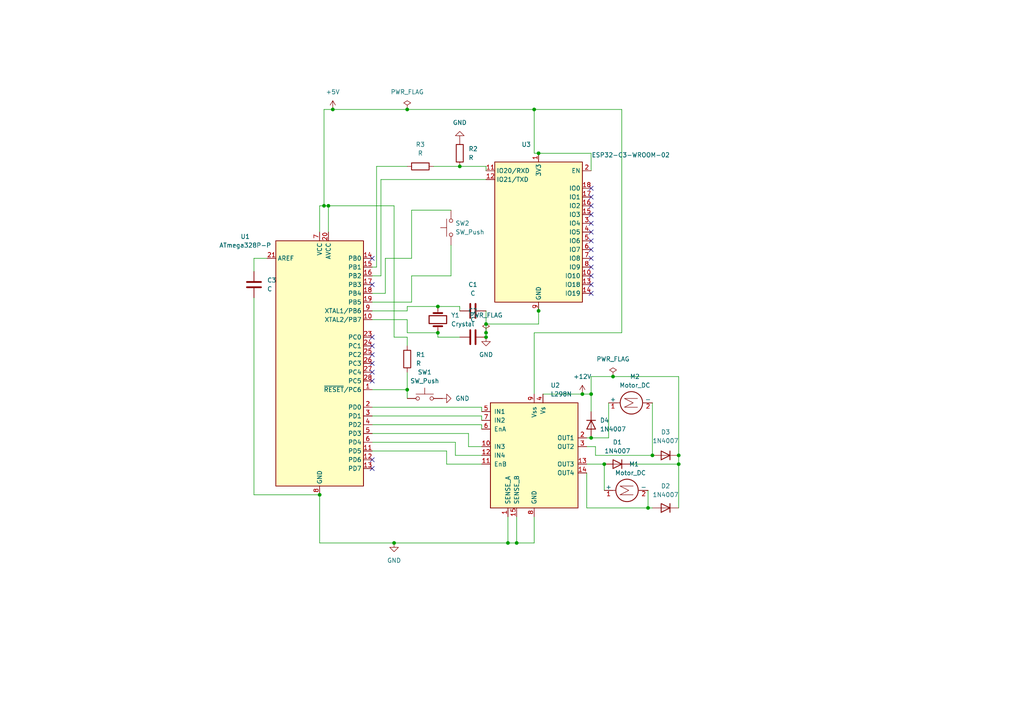
<source format=kicad_sch>
(kicad_sch (version 20231120) (generator "eeschema") (generator_version "8.0")
  (paper "A4")
  (lib_symbols
    (symbol "Device:C" (pin_numbers hide) (pin_names (offset 0.254))
      (property "Reference" "C" (at 0.635 2.54 0))
      (property "Value" "C" (at 0.635 -2.54 0))
      (symbol "C_0_1"
        (polyline (pts (xy -2.032 -0.762) (xy 2.032 -0.762)) (stroke (width 0.508)))
        (polyline (pts (xy -2.032 0.762) (xy 2.032 0.762)) (stroke (width 0.508)))
      )
      (symbol "C_1_1"
        (pin passive line (at 0 3.81 270) (length 2.794) (name "~") (number "1"))
        (pin passive line (at 0 -3.81 90) (length 2.794) (name "~") (number "2"))
      )
    )
    (symbol "Device:Crystal" (pin_numbers hide) (pin_names (offset 1.016) hide)
      (property "Reference" "Y" (at 0 3.81 0))
      (property "Value" "Crystal" (at 0 -3.81 0))
      (symbol "Crystal_0_1"
        (rectangle (start -1.143 2.54) (end 1.143 -2.54) (stroke (width 0.3048)))
        (polyline (pts (xy -2.54 0) (xy -1.905 0)))
        (polyline (pts (xy -1.905 -1.27) (xy -1.905 1.27)) (stroke (width 0.508)))
        (polyline (pts (xy 1.905 -1.27) (xy 1.905 1.27)) (stroke (width 0.508)))
        (polyline (pts (xy 2.54 0) (xy 1.905 0)))
      )
      (symbol "Crystal_1_1"
        (pin passive line (at -3.81 0 0) (length 1.27) (name "1") (number "1"))
        (pin passive line (at 3.81 0 180) (length 1.27) (name "2") (number "2"))
      )
    )
    (symbol "Device:R" (pin_numbers hide) (pin_names (offset 0))
      (property "Reference" "R" (at 2.032 0 90))
      (property "Value" "R" (at 0 0 90))
      (symbol "R_0_1"
        (rectangle (start -1.016 -2.54) (end 1.016 2.54) (stroke (width 0.254)))
      )
      (symbol "R_1_1"
        (pin passive line (at 0 3.81 270) (length 1.27) (name "~") (number "1"))
        (pin passive line (at 0 -3.81 90) (length 1.27) (name "~") (number "2"))
      )
    )
    (symbol "Diode:1N4007" (pin_numbers hide) (pin_names hide)
      (property "Reference" "D" (at 0 2.54 0))
      (property "Value" "1N4007" (at 0 -2.54 0))
      (symbol "1N4007_0_1"
        (polyline (pts (xy -1.27 1.27) (xy -1.27 -1.27)) (stroke (width 0.254)))
        (polyline (pts (xy 1.27 0) (xy -1.27 0)))
        (polyline (pts (xy 1.27 1.27) (xy 1.27 -1.27) (xy -1.27 0) (xy 1.27 1.27)) (stroke (width 0.254)))
      )
      (symbol "1N4007_1_1"
        (pin passive line (at -3.81 0 0) (length 2.54) (name "K") (number "1"))
        (pin passive line (at 3.81 0 180) (length 2.54) (name "A") (number "2"))
      )
    )
    (symbol "Driver_Motor:L298N" (pin_names (offset 1.016))
      (property "Reference" "U" (at -10.16 16.51 0))
      (property "Value" "L298N" (at 12.7 16.51 0))
      (symbol "L298N_0_1"
        (rectangle (start -12.7 15.24) (end 12.7 -15.24) (stroke (width 0.254)) (fill (type background)))
      )
      (symbol "L298N_1_1"
        (pin power_in line (at -7.62 -17.78 90) (length 2.54) (name "SENSE_A") (number "1"))
        (pin input line (at -15.24 2.54 0) (length 2.54) (name "IN3") (number "10"))
        (pin input line (at -15.24 -2.54 0) (length 2.54) (name "EnB") (number "11"))
        (pin input line (at -15.24 0 0) (length 2.54) (name "IN4") (number "12"))
        (pin output line (at 15.24 -2.54 180) (length 2.54) (name "OUT3") (number "13"))
        (pin output line (at 15.24 -5.08 180) (length 2.54) (name "OUT4") (number "14"))
        (pin power_in line (at -5.08 -17.78 90) (length 2.54) (name "SENSE_B") (number "15"))
        (pin output line (at 15.24 5.08 180) (length 2.54) (name "OUT1") (number "2"))
        (pin output line (at 15.24 2.54 180) (length 2.54) (name "OUT2") (number "3"))
        (pin power_in line (at 2.54 17.78 270) (length 2.54) (name "Vs") (number "4"))
        (pin input line (at -15.24 12.7 0) (length 2.54) (name "IN1") (number "5"))
        (pin input line (at -15.24 7.62 0) (length 2.54) (name "EnA") (number "6"))
        (pin input line (at -15.24 10.16 0) (length 2.54) (name "IN2") (number "7"))
        (pin power_in line (at 0 -17.78 90) (length 2.54) (name "GND") (number "8"))
        (pin power_in line (at 0 17.78 270) (length 2.54) (name "Vss") (number "9"))
      )
    )
    (symbol "MCU_Microchip_ATmega:ATmega328P-P"
      (property "Reference" "U" (at -12.7 36.83 0))
      (property "Value" "ATmega328P-P" (at 2.54 -36.83 0))
      (symbol "ATmega328P-P_0_1"
        (rectangle (start -12.7 -35.56) (end 12.7 35.56) (stroke (width 0.254)) (fill (type background)))
      )
      (symbol "ATmega328P-P_1_1"
        (pin bidirectional line (at 15.24 -7.62 180) (length 2.54) (name "~{RESET}/PC6") (number "1"))
        (pin bidirectional line (at 15.24 12.7 180) (length 2.54) (name "XTAL2/PB7") (number "10"))
        (pin bidirectional line (at 15.24 -25.4 180) (length 2.54) (name "PD5") (number "11"))
        (pin bidirectional line (at 15.24 -27.94 180) (length 2.54) (name "PD6") (number "12"))
        (pin bidirectional line (at 15.24 -30.48 180) (length 2.54) (name "PD7") (number "13"))
        (pin bidirectional line (at 15.24 30.48 180) (length 2.54) (name "PB0") (number "14"))
        (pin bidirectional line (at 15.24 27.94 180) (length 2.54) (name "PB1") (number "15"))
        (pin bidirectional line (at 15.24 25.4 180) (length 2.54) (name "PB2") (number "16"))
        (pin bidirectional line (at 15.24 22.86 180) (length 2.54) (name "PB3") (number "17"))
        (pin bidirectional line (at 15.24 20.32 180) (length 2.54) (name "PB4") (number "18"))
        (pin bidirectional line (at 15.24 17.78 180) (length 2.54) (name "PB5") (number "19"))
        (pin bidirectional line (at 15.24 -12.7 180) (length 2.54) (name "PD0") (number "2"))
        (pin power_in line (at 2.54 38.1 270) (length 2.54) (name "AVCC") (number "20"))
        (pin passive line (at -15.24 30.48 0) (length 2.54) (name "AREF") (number "21"))
        (pin passive line (at 0 -38.1 90) (length 2.54) hide (name "GND") (number "22"))
        (pin bidirectional line (at 15.24 7.62 180) (length 2.54) (name "PC0") (number "23"))
        (pin bidirectional line (at 15.24 5.08 180) (length 2.54) (name "PC1") (number "24"))
        (pin bidirectional line (at 15.24 2.54 180) (length 2.54) (name "PC2") (number "25"))
        (pin bidirectional line (at 15.24 0 180) (length 2.54) (name "PC3") (number "26"))
        (pin bidirectional line (at 15.24 -2.54 180) (length 2.54) (name "PC4") (number "27"))
        (pin bidirectional line (at 15.24 -5.08 180) (length 2.54) (name "PC5") (number "28"))
        (pin bidirectional line (at 15.24 -15.24 180) (length 2.54) (name "PD1") (number "3"))
        (pin bidirectional line (at 15.24 -17.78 180) (length 2.54) (name "PD2") (number "4"))
        (pin bidirectional line (at 15.24 -20.32 180) (length 2.54) (name "PD3") (number "5"))
        (pin bidirectional line (at 15.24 -22.86 180) (length 2.54) (name "PD4") (number "6"))
        (pin power_in line (at 0 38.1 270) (length 2.54) (name "VCC") (number "7"))
        (pin power_in line (at 0 -38.1 90) (length 2.54) (name "GND") (number "8"))
        (pin bidirectional line (at 15.24 15.24 180) (length 2.54) (name "XTAL1/PB6") (number "9"))
      )
    )
    (symbol "Motor:Motor_DC" (pin_names (offset 0))
      (property "Reference" "M" (at 2.54 2.54 0))
      (property "Value" "Motor_DC" (at 2.54 -5.08 0))
      (symbol "Motor_DC_0_0"
        (polyline (pts (xy -1.27 -3.302) (xy -1.27 0.508) (xy 0 -2.032) (xy 1.27 0.508) (xy 1.27 -3.302)))
      )
      (symbol "Motor_DC_0_1"
        (circle (center 0 -1.524) (radius 3.2512) (stroke (width 0.254)))
        (polyline (pts (xy 0 -7.62) (xy 0 -7.112)))
        (polyline (pts (xy 0 -4.7752) (xy 0 -5.1816)))
        (polyline (pts (xy 0 1.7272) (xy 0 2.0828)))
        (polyline (pts (xy 0 2.032) (xy 0 2.54)))
      )
      (symbol "Motor_DC_1_1"
        (pin passive line (at 0 5.08 270) (length 2.54) (name "+") (number "1"))
        (pin passive line (at 0 -7.62 90) (length 2.54) (name "-") (number "2"))
      )
    )
    (symbol "RF_Module:ESP32-C3-WROOM-02"
      (property "Reference" "U" (at -12.192 21.336 0))
      (property "Value" "ESP32-C3-WROOM-02" (at 12.192 21.336 0))
      (symbol "ESP32-C3-WROOM-02_1_1"
        (rectangle (start -12.7 20.32) (end 12.7 -20.32) (stroke (width 0.254)) (fill (type background)))
        (pin power_in line (at 0 22.86 270) (length 2.54) (name "3V3") (number "1"))
        (pin bidirectional line (at -15.24 -12.7 0) (length 2.54) (name "IO10") (number "10"))
        (pin bidirectional line (at 15.24 17.78 180) (length 2.54) (name "IO20/RXD") (number "11"))
        (pin bidirectional line (at 15.24 15.24 180) (length 2.54) (name "IO21/TXD") (number "12"))
        (pin bidirectional line (at -15.24 -15.24 0) (length 2.54) (name "IO18") (number "13"))
        (pin bidirectional line (at -15.24 -17.78 0) (length 2.54) (name "IO19") (number "14"))
        (pin bidirectional line (at -15.24 5.08 0) (length 2.54) (name "IO3") (number "15"))
        (pin bidirectional line (at -15.24 7.62 0) (length 2.54) (name "IO2") (number "16"))
        (pin bidirectional line (at -15.24 10.16 0) (length 2.54) (name "IO1") (number "17"))
        (pin bidirectional line (at -15.24 12.7 0) (length 2.54) (name "IO0") (number "18"))
        (pin passive line (at 0 -22.86 90) (length 2.54) hide (name "GND") (number "19"))
        (pin input line (at -15.24 17.78 0) (length 2.54) (name "EN") (number "2"))
        (pin bidirectional line (at -15.24 2.54 0) (length 2.54) (name "IO4") (number "3"))
        (pin bidirectional line (at -15.24 0 0) (length 2.54) (name "IO5") (number "4"))
        (pin bidirectional line (at -15.24 -2.54 0) (length 2.54) (name "IO6") (number "5"))
        (pin bidirectional line (at -15.24 -5.08 0) (length 2.54) (name "IO7") (number "6"))
        (pin bidirectional line (at -15.24 -7.62 0) (length 2.54) (name "IO8") (number "7"))
        (pin bidirectional line (at -15.24 -10.16 0) (length 2.54) (name "IO9") (number "8"))
        (pin power_in line (at 0 -22.86 90) (length 2.54) (name "GND") (number "9"))
      )
    )
    (symbol "Switch:SW_Push" (pin_numbers hide) (pin_names (offset 1.016) hide)
      (property "Reference" "SW" (at 1.27 2.54 0))
      (property "Value" "SW_Push" (at 0 -1.524 0))
      (symbol "SW_Push_0_1"
        (circle (center -2.032 0) (radius 0.508))
        (polyline (pts (xy 0 1.27) (xy 0 3.048)))
        (polyline (pts (xy 2.54 1.27) (xy -2.54 1.27)))
        (circle (center 2.032 0) (radius 0.508))
        (pin passive line (at -5.08 0 0) (length 2.54) (name "1") (number "1"))
        (pin passive line (at 5.08 0 180) (length 2.54) (name "2") (number "2"))
      )
    )
    (symbol "power:+12V" (power) (pin_numbers hide) (pin_names (offset 0) hide)
      (property "Value" "+12V" (at 0 3.556 0))
      (symbol "+12V_0_1"
        (polyline (pts (xy -0.762 1.27) (xy 0 2.54)))
        (polyline (pts (xy 0 0) (xy 0 2.54)))
        (polyline (pts (xy 0 2.54) (xy 0.762 1.27)))
      )
      (symbol "+12V_1_1"
        (pin power_in line (at 0 0 90) (length 0) (name "~") (number "1"))
      )
    )
    (symbol "power:+5V" (power) (pin_numbers hide) (pin_names (offset 0) hide)
      (property "Value" "+5V" (at 0 3.556 0))
      (symbol "+5V_0_1"
        (polyline (pts (xy -0.762 1.27) (xy 0 2.54)))
        (polyline (pts (xy 0 0) (xy 0 2.54)))
        (polyline (pts (xy 0 2.54) (xy 0.762 1.27)))
      )
      (symbol "+5V_1_1"
        (pin power_in line (at 0 0 90) (length 0) (name "~") (number "1"))
      )
    )
    (symbol "power:GND" (power) (pin_numbers hide) (pin_names (offset 0) hide)
      (property "Value" "GND" (at 0 -3.81 0))
      (symbol "GND_0_1"
        (polyline (pts (xy 0 0) (xy 0 -1.27) (xy 1.27 -1.27) (xy 0 -2.54) (xy -1.27 -1.27) (xy 0 -1.27)))
      )
      (symbol "GND_1_1"
        (pin power_in line (at 0 0 270) (length 0) (name "~") (number "1"))
      )
    )
    (symbol "power:PWR_FLAG" (power) (pin_numbers hide) (pin_names (offset 0) hide)
      (property "Value" "PWR_FLAG" (at 0 3.81 0))
      (symbol "PWR_FLAG_0_0"
        (pin power_out line (at 0 0 90) (length 0) (name "~") (number "1"))
      )
      (symbol "PWR_FLAG_0_1"
        (polyline (pts (xy 0 0) (xy 0 1.27) (xy -1.016 1.905) (xy 0 2.54) (xy 1.016 1.905) (xy 0 1.27)))
      )
    )
  )
  (junction (at 147.32 157.48))
  (junction (at 140.97 97.79))
  (junction (at 175.26 134.62))
  (junction (at 189.23 132.08))
  (junction (at 171.45 114.3))
  (junction (at 127 96.52))
  (junction (at 156.21 90.17))
  (junction (at 127 88.9))
  (junction (at 140.97 93.98))
  (junction (at 156.21 44.45))
  (junction (at 96.52 31.75))
  (junction (at 196.85 132.08))
  (junction (at 133.35 48.26))
  (junction (at 114.3 157.48))
  (junction (at 196.85 134.62))
  (junction (at 187.96 147.32))
  (junction (at 177.8 109.22))
  (junction (at 93.98 59.69))
  (junction (at 149.86 157.48))
  (junction (at 171.45 127))
  (junction (at 168.91 114.3))
  (junction (at 118.11 31.75))
  (junction (at 95.25 59.69))
  (junction (at 92.71 143.51))
  (junction (at 140.97 96.52))
  (junction (at 154.94 31.75))
  (junction (at 118.11 113.03))
  (no_connect (at 171.45 74.93))
  (no_connect (at 171.45 82.55))
  (no_connect (at 171.45 59.69))
  (no_connect (at 107.95 110.49))
  (no_connect (at 107.95 82.55))
  (no_connect (at 171.45 85.09))
  (no_connect (at 171.45 62.23))
  (no_connect (at 107.95 107.95))
  (no_connect (at 171.45 69.85))
  (no_connect (at 171.45 72.39))
  (no_connect (at 171.45 80.01))
  (no_connect (at 107.95 133.35))
  (no_connect (at 107.95 135.89))
  (no_connect (at 107.95 102.87))
  (no_connect (at 107.95 105.41))
  (no_connect (at 107.95 74.93))
  (no_connect (at 171.45 54.61))
  (no_connect (at 171.45 77.47))
  (no_connect (at 171.45 64.77))
  (no_connect (at 171.45 57.15))
  (no_connect (at 107.95 97.79))
  (no_connect (at 171.45 67.31))
  (no_connect (at 107.95 100.33))
  (wire (pts (xy 118.11 31.75) (xy 96.52 31.75)))
  (wire (pts (xy 96.52 31.75) (xy 93.98 31.75)))
  (wire (pts (xy 132.08 128.27) (xy 132.08 132.08)))
  (wire (pts (xy 107.95 92.71) (xy 118.11 92.71)))
  (wire (pts (xy 119.38 60.96) (xy 130.81 60.96)))
  (wire (pts (xy 107.95 120.65) (xy 139.7 120.65)))
  (wire (pts (xy 118.11 92.71) (xy 118.11 96.52)))
  (wire (pts (xy 154.94 44.45) (xy 154.94 31.75)))
  (wire (pts (xy 149.86 157.48) (xy 149.86 149.86)))
  (wire (pts (xy 147.32 157.48) (xy 149.86 157.48)))
  (wire (pts (xy 111.76 85.09) (xy 111.76 74.93)))
  (wire (pts (xy 125.73 48.26) (xy 133.35 48.26)))
  (wire (pts (xy 176.53 116.84) (xy 176.53 127)))
  (wire (pts (xy 171.45 119.38) (xy 171.45 114.3)))
  (wire (pts (xy 118.11 100.33) (xy 118.11 97.79)))
  (wire (pts (xy 119.38 74.93) (xy 119.38 60.96)))
  (wire (pts (xy 175.26 134.62) (xy 175.26 142.24)))
  (wire (pts (xy 114.3 157.48) (xy 147.32 157.48)))
  (wire (pts (xy 189.23 132.08) (xy 189.23 116.84)))
  (wire (pts (xy 156.21 93.98) (xy 140.97 93.98)))
  (wire (pts (xy 154.94 96.52) (xy 180.34 96.52)))
  (wire (pts (xy 127 97.79) (xy 127 96.52)))
  (wire (pts (xy 129.54 130.81) (xy 129.54 134.62)))
  (wire (pts (xy 135.89 129.54) (xy 135.89 125.73)))
  (wire (pts (xy 156.21 88.9) (xy 156.21 90.17)))
  (wire (pts (xy 170.18 129.54) (xy 172.72 129.54)))
  (wire (pts (xy 187.96 142.24) (xy 187.96 147.32)))
  (wire (pts (xy 140.97 90.17) (xy 140.97 93.98)))
  (wire (pts (xy 154.94 157.48) (xy 149.86 157.48)))
  (wire (pts (xy 196.85 134.62) (xy 196.85 132.08)))
  (wire (pts (xy 196.85 147.32) (xy 196.85 134.62)))
  (wire (pts (xy 171.45 114.3) (xy 168.91 114.3)))
  (wire (pts (xy 172.72 129.54) (xy 172.72 132.08)))
  (wire (pts (xy 92.71 143.51) (xy 92.71 157.48)))
  (wire (pts (xy 171.45 127) (xy 170.18 127)))
  (wire (pts (xy 180.34 96.52) (xy 180.34 31.75)))
  (wire (pts (xy 140.97 96.52) (xy 140.97 97.79)))
  (wire (pts (xy 107.95 123.19) (xy 139.7 123.19)))
  (wire (pts (xy 107.95 128.27) (xy 132.08 128.27)))
  (wire (pts (xy 189.23 147.32) (xy 187.96 147.32)))
  (wire (pts (xy 119.38 87.63) (xy 119.38 80.01)))
  (wire (pts (xy 133.35 48.26) (xy 140.97 48.26)))
  (wire (pts (xy 92.71 67.31) (xy 92.71 59.69)))
  (wire (pts (xy 114.3 59.69) (xy 95.25 59.69)))
  (wire (pts (xy 107.95 87.63) (xy 119.38 87.63)))
  (wire (pts (xy 107.95 90.17) (xy 118.11 90.17)))
  (wire (pts (xy 133.35 90.17) (xy 133.35 88.9)))
  (wire (pts (xy 110.49 52.07) (xy 140.97 52.07)))
  (wire (pts (xy 182.88 134.62) (xy 196.85 134.62)))
  (wire (pts (xy 110.49 80.01) (xy 110.49 52.07)))
  (wire (pts (xy 154.94 114.3) (xy 154.94 96.52)))
  (wire (pts (xy 176.53 127) (xy 171.45 127)))
  (wire (pts (xy 107.95 77.47) (xy 109.22 77.47)))
  (wire (pts (xy 107.95 113.03) (xy 118.11 113.03)))
  (wire (pts (xy 118.11 115.57) (xy 118.11 113.03)))
  (wire (pts (xy 154.94 31.75) (xy 118.11 31.75)))
  (wire (pts (xy 73.66 78.74) (xy 73.66 74.93)))
  (wire (pts (xy 154.94 149.86) (xy 154.94 157.48)))
  (wire (pts (xy 118.11 96.52) (xy 127 96.52)))
  (wire (pts (xy 147.32 149.86) (xy 147.32 157.48)))
  (wire (pts (xy 171.45 44.45) (xy 156.21 44.45)))
  (wire (pts (xy 172.72 132.08) (xy 189.23 132.08)))
  (wire (pts (xy 154.94 44.45) (xy 156.21 44.45)))
  (wire (pts (xy 119.38 80.01) (xy 130.81 80.01)))
  (wire (pts (xy 171.45 49.53) (xy 171.45 44.45)))
  (wire (pts (xy 170.18 134.62) (xy 175.26 134.62)))
  (wire (pts (xy 139.7 123.19) (xy 139.7 124.46)))
  (wire (pts (xy 107.95 118.11) (xy 139.7 118.11)))
  (wire (pts (xy 93.98 31.75) (xy 93.98 59.69)))
  (wire (pts (xy 140.97 93.98) (xy 140.97 96.52)))
  (wire (pts (xy 135.89 125.73) (xy 107.95 125.73)))
  (wire (pts (xy 133.35 97.79) (xy 127 97.79)))
  (wire (pts (xy 118.11 88.9) (xy 127 88.9)))
  (wire (pts (xy 92.71 157.48) (xy 114.3 157.48)))
  (wire (pts (xy 170.18 137.16) (xy 170.18 147.32)))
  (wire (pts (xy 139.7 118.11) (xy 139.7 119.38)))
  (wire (pts (xy 132.08 132.08) (xy 139.7 132.08)))
  (wire (pts (xy 93.98 59.69) (xy 95.25 59.69)))
  (wire (pts (xy 156.21 90.17) (xy 156.21 93.98)))
  (wire (pts (xy 170.18 147.32) (xy 187.96 147.32)))
  (wire (pts (xy 109.22 77.47) (xy 109.22 48.26)))
  (wire (pts (xy 196.85 132.08) (xy 196.85 109.22)))
  (wire (pts (xy 196.85 109.22) (xy 177.8 109.22)))
  (wire (pts (xy 107.95 80.01) (xy 110.49 80.01)))
  (wire (pts (xy 118.11 97.79) (xy 114.3 97.79)))
  (wire (pts (xy 177.8 109.22) (xy 171.45 109.22)))
  (wire (pts (xy 107.95 85.09) (xy 111.76 85.09)))
  (wire (pts (xy 118.11 90.17) (xy 118.11 88.9)))
  (wire (pts (xy 114.3 97.79) (xy 114.3 59.69)))
  (wire (pts (xy 129.54 134.62) (xy 139.7 134.62)))
  (wire (pts (xy 130.81 80.01) (xy 130.81 71.12)))
  (wire (pts (xy 95.25 59.69) (xy 95.25 67.31)))
  (wire (pts (xy 168.91 114.3) (xy 157.48 114.3)))
  (wire (pts (xy 140.97 48.26) (xy 140.97 49.53)))
  (wire (pts (xy 139.7 129.54) (xy 135.89 129.54)))
  (wire (pts (xy 92.71 59.69) (xy 93.98 59.69)))
  (wire (pts (xy 73.66 143.51) (xy 92.71 143.51)))
  (wire (pts (xy 109.22 48.26) (xy 118.11 48.26)))
  (wire (pts (xy 139.7 120.65) (xy 139.7 121.92)))
  (wire (pts (xy 133.35 88.9) (xy 127 88.9)))
  (wire (pts (xy 107.95 130.81) (xy 129.54 130.81)))
  (wire (pts (xy 111.76 74.93) (xy 119.38 74.93)))
  (wire (pts (xy 171.45 109.22) (xy 171.45 114.3)))
  (wire (pts (xy 118.11 113.03) (xy 118.11 107.95)))
  (wire (pts (xy 73.66 86.36) (xy 73.66 143.51)))
  (wire (pts (xy 180.34 31.75) (xy 154.94 31.75)))
  (wire (pts (xy 73.66 74.93) (xy 77.47 74.93)))
  (symbol (lib_id "power:PWR_FLAG") (at 140.97 96.52 0) (unit 1)
    (property "Reference" "#FLG04" (effects (hide yes)))
    (property "Value" "PWR_FLAG" (at 140.97 91.44 0))
    (property "Description" "Special symbol for telling ERC where power comes from" (effects (hide yes)))
  )
  (symbol (lib_id "power:+12V") (at 168.91 114.3 0) (unit 1)
    (property "Reference" "#PWR07" (effects (hide yes)))
    (property "Value" "+12V" (at 168.91 109.22 0))
    (property "Description" "Power symbol creates a global label with name \"+12V\"" (effects (hide yes)))
  )
  (symbol (lib_id "Device:C") (at 137.16 90.17 270) (unit 1)
    (property "Reference" "C1" (at 137.16 82.55 90))
    (property "Value" "C" (at 137.16 85.09 90))
    (property "Footprint" "Capacitor_THT:CP_Axial_L10.0mm_D4.5mm_P15.00mm_Horizontal" (effects (hide yes)))
    (property "Description" "Unpolarized capacitor" (effects (hide yes)))
  )
  (symbol (lib_id "Motor:Motor_DC") (at 180.34 142.24 90) (unit 1)
    (property "Reference" "M1" (at 183.896 134.62 90))
    (property "Value" "Motor_DC" (at 182.88 137.16 90))
    (property "Footprint" "Motors:Vybronics_VZ30C1T8219732L" (effects (hide yes)))
    (property "Description" "DC Motor" (effects (hide yes)))
  )
  (symbol (lib_id "Diode:1N4007") (at 171.45 123.19 270) (unit 1)
    (property "Reference" "D4" (at 173.99 121.9199 90) (effects (justify left)))
    (property "Value" "1N4007" (at 173.99 124.4599 90) (effects (justify left)))
    (property "Footprint" "Diode_THT:D_DO-41_SOD81_P10.16mm_Horizontal" (effects (hide yes)))
    (property "Datasheet" "http://www.vishay.com/docs/88503/1n4001.pdf" (effects (hide yes)))
    (property "Description" "1000V 1A General Purpose Rectifier Diode, DO-41" (effects (hide yes)))
    (property "Sim.Device" "D" (effects (hide yes)))
    (property "Sim.Pins" "1=K 2=A" (effects (hide yes)))
  )
  (symbol (lib_id "Device:R") (at 118.11 104.14 0) (unit 1)
    (property "Reference" "R1" (at 120.65 102.8699 0) (effects (justify left)))
    (property "Value" "R" (at 120.65 105.4099 0) (effects (justify left)))
    (property "Footprint" "Resistor_THT:R_Axial_DIN0207_L6.3mm_D2.5mm_P5.08mm_Vertical" (effects (hide yes)))
    (property "Description" "Resistor" (effects (hide yes)))
  )
  (symbol (lib_id "Motor:Motor_DC") (at 181.61 116.84 90) (unit 1)
    (property "Reference" "M2" (at 184.15 109.22 90))
    (property "Value" "Motor_DC" (at 184.15 111.76 90))
    (property "Footprint" "Motors:Vybronics_VZ30C1T8219732L" (effects (hide yes)))
    (property "Description" "DC Motor" (effects (hide yes)))
  )
  (symbol (lib_id "Switch:SW_Push") (at 130.81 66.04 90) (unit 1)
    (property "Reference" "SW2" (at 132.08 64.7699 90) (effects (justify right)))
    (property "Value" "SW_Push" (at 132.08 67.3099 90) (effects (justify right)))
    (property "Footprint" "Button_Switch_THT:SW_PUSH_6mm_H5mm" (effects (hide yes)))
    (property "Description" "Push button switch, generic, two pins" (effects (hide yes)))
  )
  (symbol (lib_id "power:GND") (at 114.3 157.48 0) (unit 1)
    (property "Reference" "#PWR05" (effects (hide yes)))
    (property "Value" "GND" (at 114.3 162.56 0))
    (property "Description" "Power symbol creates a global label with name \"GND\" , ground" (effects (hide yes)))
  )
  (symbol (lib_id "power:GND") (at 128.27 115.57 90) (unit 1)
    (property "Reference" "#PWR02" (effects (hide yes)))
    (property "Value" "GND" (at 132.08 115.5699 90) (effects (justify right)))
    (property "Description" "Power symbol creates a global label with name \"GND\" , ground" (effects (hide yes)))
  )
  (symbol (lib_id "power:PWR_FLAG") (at 118.11 31.75 0) (unit 1)
    (property "Reference" "#FLG03" (effects (hide yes)))
    (property "Value" "PWR_FLAG" (at 118.11 26.67 0))
    (property "Description" "Special symbol for telling ERC where power comes from" (effects (hide yes)))
  )
  (symbol (lib_id "power:GND") (at 133.35 40.64 180) (unit 1)
    (property "Reference" "#PWR04" (effects (hide yes)))
    (property "Value" "GND" (at 133.35 35.56 0))
    (property "Description" "Power symbol creates a global label with name \"GND\" , ground" (effects (hide yes)))
  )
  (symbol (lib_id "MCU_Microchip_ATmega:ATmega328P-P") (at 92.71 105.41 0) (unit 1)
    (property "Reference" "U1" (at 71.12 68.6114 0))
    (property "Value" "ATmega328P-P" (at 71.12 71.1514 0))
    (property "Footprint" "Package_DIP:DIP-28_W7.62mm" (effects (hide yes)))
    (property "Datasheet" "http://ww1.microchip.com/downloads/en/DeviceDoc/ATmega328_P%20AVR%20MCU%20with%20picoPower%20Technology%20Data%20Sheet%2040001984A.pdf" (effects (hide yes)))
    (property "Description" "20MHz, 32kB Flash, 2kB SRAM, 1kB EEPROM, DIP-28" (effects (hide yes)))
  )
  (symbol (lib_id "Switch:SW_Push") (at 123.19 115.57 0) (unit 1)
    (property "Reference" "SW1" (at 123.19 107.95 0))
    (property "Value" "SW_Push" (at 123.19 110.49 0))
    (property "Footprint" "Button_Switch_THT:SW_PUSH_6mm_H5mm" (effects (hide yes)))
    (property "Description" "Push button switch, generic, two pins" (effects (hide yes)))
  )
  (symbol (lib_id "Diode:1N4007") (at 193.04 132.08 180) (unit 1)
    (property "Reference" "D3" (at 193.04 125.3239 0))
    (property "Value" "1N4007" (at 193.04 127.8639 0))
    (property "Footprint" "Diode_THT:D_DO-41_SOD81_P10.16mm_Horizontal" (effects (hide yes)))
    (property "Datasheet" "http://www.vishay.com/docs/88503/1n4001.pdf" (effects (hide yes)))
    (property "Description" "1000V 1A General Purpose Rectifier Diode, DO-41" (effects (hide yes)))
    (property "Sim.Device" "D" (effects (hide yes)))
    (property "Sim.Pins" "1=K 2=A" (effects (hide yes)))
  )
  (symbol (lib_id "Device:Crystal") (at 127 92.71 90) (unit 1)
    (property "Reference" "Y1" (at 130.81 91.4399 90) (effects (justify right)))
    (property "Value" "Crystal" (at 130.81 93.9799 90) (effects (justify right)))
    (property "Footprint" "Crystal:Crystal_AT310_D3.0mm_L10.0mm_Horizontal" (effects (hide yes)))
    (property "Description" "Two pin crystal" (effects (hide yes)))
  )
  (symbol (lib_id "Device:R") (at 121.92 48.26 90) (unit 1)
    (property "Reference" "R3" (at 121.92 41.91 90))
    (property "Value" "R" (at 121.92 44.45 90))
    (property "Footprint" "Resistor_THT:R_Axial_DIN0207_L6.3mm_D2.5mm_P5.08mm_Vertical" (effects (hide yes)))
    (property "Description" "Resistor" (effects (hide yes)))
  )
  (symbol (lib_id "power:GND") (at 140.97 97.79 0) (unit 1)
    (property "Reference" "#PWR01" (effects (hide yes)))
    (property "Value" "GND" (at 140.97 102.87 0))
    (property "Description" "Power symbol creates a global label with name \"GND\" , ground" (effects (hide yes)))
  )
  (symbol (lib_id "RF_Module:ESP32-C3-WROOM-02") (at 156.21 67.31 0) (mirror y) (unit 1)
    (property "Reference" "U3" (at 154.0159 41.91 0) (effects (justify left)))
    (property "Value" "ESP32-C3-WROOM-02" (at 194.31 44.958 0) (effects (justify left)))
    (property "Footprint" "RF_Module:ESP32-C3-WROOM-02" (effects (hide yes)))
    (property "Datasheet" "https://www.espressif.com/sites/default/files/documentation/esp32-c3-wroom-02_datasheet_en.pdf" (effects (hide yes)))
    (property "Description" "802.11 b/g/n Wi­Fi and Bluetooth 5 module, ESP32­C3 SoC, RISC­V microprocessor, On-board antenna" (effects (hide yes)))
  )
  (symbol (lib_id "power:+5V") (at 96.52 31.75 0) (unit 1)
    (property "Reference" "#PWR06" (effects (hide yes)))
    (property "Value" "+5V" (at 96.52 26.67 0))
    (property "Description" "Power symbol creates a global label with name \"+5V\"" (effects (hide yes)))
  )
  (symbol (lib_id "Diode:1N4007") (at 179.07 134.62 180) (unit 1)
    (property "Reference" "D1" (at 179.07 128.27 0))
    (property "Value" "1N4007" (at 179.07 130.81 0))
    (property "Footprint" "Diode_THT:D_DO-41_SOD81_P10.16mm_Horizontal" (effects (hide yes)))
    (property "Datasheet" "http://www.vishay.com/docs/88503/1n4001.pdf" (effects (hide yes)))
    (property "Description" "1000V 1A General Purpose Rectifier Diode, DO-41" (effects (hide yes)))
    (property "Sim.Device" "D" (effects (hide yes)))
    (property "Sim.Pins" "1=K 2=A" (effects (hide yes)))
  )
  (symbol (lib_id "Device:C") (at 137.16 97.79 90) (unit 1)
    (property "Reference" "C2" (at 137.16 90.17 90))
    (property "Value" "C" (at 137.16 92.71 90))
    (property "Footprint" "Capacitor_THT:CP_Axial_L10.0mm_D4.5mm_P15.00mm_Horizontal" (effects (hide yes)))
    (property "Description" "Unpolarized capacitor" (effects (hide yes)))
  )
  (symbol (lib_id "power:PWR_FLAG") (at 177.8 109.22 0) (unit 1)
    (property "Reference" "#FLG01" (effects (hide yes)))
    (property "Value" "PWR_FLAG" (at 177.8 104.14 0))
    (property "Description" "Special symbol for telling ERC where power comes from" (effects (hide yes)))
  )
  (symbol (lib_id "Device:R") (at 133.35 44.45 0) (unit 1)
    (property "Reference" "R2" (at 135.89 43.1799 0) (effects (justify left)))
    (property "Value" "R" (at 135.89 45.7199 0) (effects (justify left)))
    (property "Footprint" "Resistor_THT:R_Axial_DIN0207_L6.3mm_D2.5mm_P5.08mm_Vertical" (effects (hide yes)))
    (property "Description" "Resistor" (effects (hide yes)))
  )
  (symbol (lib_id "Diode:1N4007") (at 193.04 147.32 180) (unit 1)
    (property "Reference" "D2" (at 193.04 140.97 0))
    (property "Value" "1N4007" (at 193.04 143.51 0))
    (property "Footprint" "Diode_THT:D_DO-41_SOD81_P10.16mm_Horizontal" (effects (hide yes)))
    (property "Datasheet" "http://www.vishay.com/docs/88503/1n4001.pdf" (effects (hide yes)))
    (property "Description" "1000V 1A General Purpose Rectifier Diode, DO-41" (effects (hide yes)))
    (property "Sim.Device" "D" (effects (hide yes)))
    (property "Sim.Pins" "1=K 2=A" (effects (hide yes)))
  )
  (symbol (lib_id "Device:C") (at 73.66 82.55 0) (unit 1)
    (property "Reference" "C3" (at 77.47 81.2799 0) (effects (justify left)))
    (property "Value" "C" (at 77.47 83.8199 0) (effects (justify left)))
    (property "Footprint" "Capacitor_THT:CP_Axial_L10.0mm_D4.5mm_P15.00mm_Horizontal" (effects (hide yes)))
    (property "Description" "Unpolarized capacitor" (effects (hide yes)))
  )
  (symbol (lib_id "Driver_Motor:L298N") (at 154.94 132.08 0) (unit 1)
    (property "Reference" "U2" (at 159.6741 111.76 0) (effects (justify left)))
    (property "Value" "L298N" (at 159.6741 114.3 0) (effects (justify left)))
    (property "Footprint" "Package_TO_SOT_THT:TO-220-15_P2.54x2.54mm_StaggerOdd_Lead4.58mm_Vertical" (effects (hide yes)))
    (property "Datasheet" "http://www.st.com/st-web-ui/static/active/en/resource/technical/document/datasheet/CD00000240.pdf" (effects (hide yes)))
    (property "Description" "Dual full bridge motor driver, up to 46V, 4A, Multiwatt15-V" (effects (hide yes)))
  )
)
</source>
